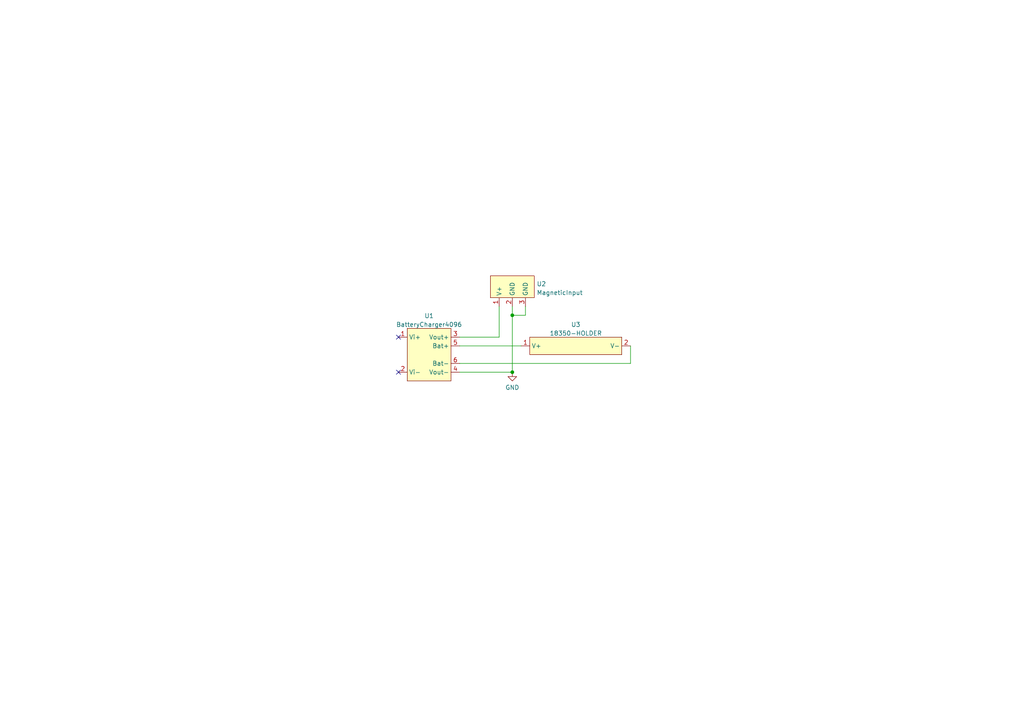
<source format=kicad_sch>
(kicad_sch (version 20211123) (generator eeschema)
  (paper "A4")
  (title_block (title "Magnetic 18350 Holder and Charger") (date "2022-09-18") (rev "1.0"))
  (lib_symbols
    (symbol "New_Library:18350-HOLDER"
      (property "Reference" "U" (at 0 -7.62 0))
      (property "Value" "18350-HOLDER" (at 0 -10.16 0))
      (symbol "18350-HOLDER_0_1"
        (rectangle (start -13.97 2.54) (end 12.7 -2.54) (stroke (width 0.1524)) (fill (type background)))
      )
      (symbol "18350-HOLDER_1_1"
        (pin bidirectional line (at -16.51 0 0) (length 2.54) (name "V+") (number "1"))
        (pin bidirectional line (at 15.24 0 180) (length 2.54) (name "V-") (number "2"))
      )
    )
    (symbol "New_Library:BatteryCharger4096"
      (property "Reference" "U" (at 0 -17.78 0))
      (property "Value" "BatteryCharger4096" (at 0 -15.24 0))
      (symbol "BatteryCharger4096_0_1"
        (rectangle (start -5.08 7.62) (end 7.62 -7.62) (stroke (width 0.1524)) (fill (type background)))
      )
      (symbol "BatteryCharger4096_1_1"
        (pin bidirectional line (at -7.62 5.08 0) (length 2.54) (name "Vi+") (number "1"))
        (pin bidirectional line (at -7.62 -5.08 0) (length 2.54) (name "Vi-") (number "2"))
        (pin bidirectional line (at 10.16 5.08 180) (length 2.54) (name "Vout+") (number "3"))
        (pin bidirectional line (at 10.16 -5.08 180) (length 2.54) (name "Vout-") (number "4"))
        (pin bidirectional line (at 10.16 2.54 180) (length 2.54) (name "Bat+") (number "5"))
        (pin bidirectional line (at 10.16 -2.54 180) (length 2.54) (name "Bat-") (number "6"))
      )
    )
    (symbol "New_Library:MagneticInput"
      (property "Reference" "U" (at 0 2.54 0))
      (property "Value" "MagneticInput" (at 0 5.08 0))
      (symbol "MagneticInput_0_1"
        (rectangle (start -6.35 -5.08) (end 6.35 1.27) (stroke (width 0.1524)) (fill (type background)))
      )
      (symbol "MagneticInput_1_1"
        (pin bidirectional line (at -3.81 -7.62 90) (length 2.54) (name "V+") (number "1"))
        (pin bidirectional line (at 0 -7.62 90) (length 2.54) (name "GND") (number "2"))
        (pin bidirectional line (at 3.81 -7.62 90) (length 2.54) (name "GND") (number "3"))
      )
    )
    (symbol "power:GND" (power) (pin_names (offset 0))
      (property "Value" "GND" (at 0 -3.81 0))
      (symbol "GND_0_1"
        (polyline (pts (xy 0 0) (xy 0 -1.27) (xy 1.27 -1.27) (xy 0 -2.54) (xy -1.27 -1.27) (xy 0 -1.27)))
      )
      (symbol "GND_1_1"
        (pin power_in line (at 0 0 270) (length 0) hide (name "GND") (number "1"))
      )
    )
  )
  (junction (at 148.59 107.95))
  (junction (at 148.59 91.44))
  (no_connect (at 115.57 97.79))
  (no_connect (at 115.57 107.95))
  (wire (pts (xy 133.35 105.41) (xy 182.88 105.41)))
  (wire (pts (xy 148.59 107.95) (xy 133.35 107.95)))
  (wire (pts (xy 148.59 91.44) (xy 148.59 107.95)))
  (wire (pts (xy 152.4 88.9) (xy 152.4 91.44)))
  (wire (pts (xy 144.78 97.79) (xy 133.35 97.79)))
  (wire (pts (xy 133.35 100.33) (xy 151.13 100.33)))
  (wire (pts (xy 144.78 88.9) (xy 144.78 97.79)))
  (wire (pts (xy 148.59 88.9) (xy 148.59 91.44)))
  (wire (pts (xy 152.4 91.44) (xy 148.59 91.44)))
  (wire (pts (xy 182.88 100.33) (xy 182.88 105.41)))
  (symbol (lib_id "New_Library:BatteryCharger4096") (at 123.19 102.87 0) (unit 1)
    (property "Reference" "U1" (at 124.46 91.601 0))
    (property "Value" "BatteryCharger4096" (at 124.46 94.1379 0))
    (property "Footprint" "NewLibraryFootprint:BatteryCharger4096" (effects hide))
  )
  (symbol (lib_id "New_Library:18350-HOLDER") (at 167.64 100.33 0) (unit 1)
    (property "Reference" "U3" (at 167.005 94.141 0))
    (property "Value" "18350-HOLDER" (at 167.005 96.6779 0))
    (property "Footprint" "NewLibraryFootprint:18350-Holder" (effects hide))
  )
  (symbol (lib_id "New_Library:MagneticInput") (at 148.59 81.28 0) (unit 1)
    (property "Reference" "U2" (at 155.6512 82.3503 0) (effects (justify left)))
    (property "Value" "MagneticInput" (at 155.6512 84.8872 0) (effects (justify left)))
    (property "Footprint" "NewLibraryFootprint:MagneticInput" (effects hide))
  )
  (symbol (lib_id "power:GND") (at 148.59 107.95 0) (unit 1)
    (property "Reference" "#PWR0101" (effects hide))
    (property "Value" "GND" (at 148.59 112.3934 0))
  )
)
</source>
